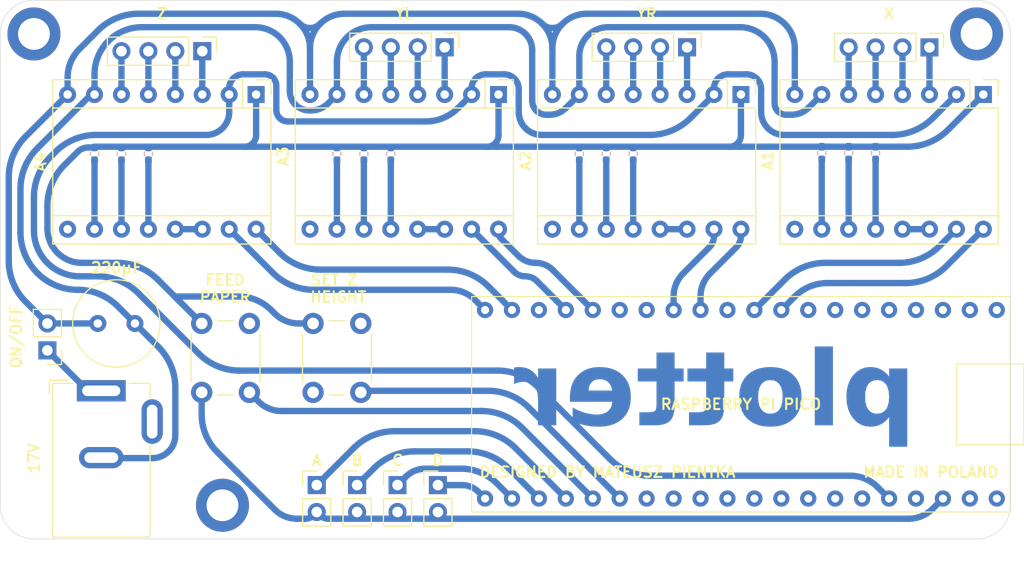
<source format=kicad_pcb>
(kicad_pcb (version 20240108) (generator "pcbnew") (generator_version "8.0")
  (title_block (comment 4 "AISLER Project ID: FVPRYTKL"))
  (layers (0 "F.Cu" signal) (31 "B.Cu" signal) (34 "B.Paste" user) (35 "F.Paste" user) (36 "B.SilkS" user "B.Silkscreen") (37 "F.SilkS" user "F.Silkscreen") (38 "B.Mask" user) (39 "F.Mask" user) (44 "Edge.Cuts" user))
  (net 0 "")
  (net 1 "Net-(A1-STEP)")
  (net 2 "Net-(A1-GND-Pad7)")
  (net 3 "Net-(A1-MS1)")
  (net 4 "Net-(J10-Pin_2)")
  (net 5 "Net-(A1-~{RESET})")
  (net 6 "Net-(A1-1A)")
  (net 7 "Net-(A1-2A)")
  (net 8 "Net-(A1-2B)")
  (net 9 "Net-(A1-MS3)")
  (net 10 "Net-(A1-1B)")
  (net 11 "Net-(A1-MS2)")
  (net 13 "Net-(A1-VDD)")
  (net 14 "Net-(A1-VMOT)")
  (net 15 "Net-(A1-DIR)")
  (net 16 "Net-(A2-MS3)")
  (net 17 "Net-(A2-1A)")
  (net 18 "Net-(A2-2B)")
  (net 19 "Net-(A2-MS2)")
  (net 20 "Net-(A2-STEP)")
  (net 21 "Net-(A2-MS1)")
  (net 22 "Net-(A2-~{RESET})")
  (net 23 "Net-(A2-DIR)")
  (net 24 "Net-(A2-1B)")
  (net 26 "Net-(A2-2A)")
  (net 27 "Net-(A3-1B)")
  (net 28 "Net-(A3-2B)")
  (net 29 "Net-(A3-2A)")
  (net 30 "Net-(A3-MS3)")
  (net 31 "Net-(A3-~{RESET})")
  (net 32 "Net-(A3-DIR)")
  (net 34 "Net-(A3-1A)")
  (net 35 "Net-(A3-STEP)")
  (net 36 "Net-(A3-MS2)")
  (net 37 "Net-(A3-MS1)")
  (net 38 "Net-(A4-~{RESET})")
  (net 39 "Net-(A4-MS2)")
  (net 40 "Net-(A4-MS1)")
  (net 41 "Net-(A4-2A)")
  (net 43 "Net-(A4-1A)")
  (net 44 "Net-(A4-2B)")
  (net 45 "Net-(A4-1B)")
  (net 46 "Net-(A4-DIR)")
  (net 47 "Net-(A4-MS3)")
  (net 48 "Net-(A4-STEP)")
  (net 49 "Net-(J2-Pin_1)")
  (net 50 "Net-(J7-Pin_1)")
  (net 51 "Net-(J8-Pin_1)")
  (net 52 "Net-(J9-Pin_1)")
  (net 53 "Net-(J10-Pin_1)")
  (net 54 "Net-(U1-22)")
  (net 56 "Net-(U1-23)")
  (footprint "Connector_PinHeader_2.54mm:PinHeader_1x02_P2.54mm_Vertical" (layer "F.Cu") (at 88.9 118.11 180)
    (property "Reference" "ON/OFF")
    (property "Value" "Conn_01x02_Socket" (hide yes))
  )
  (footprint "Connector_PinHeader_2.54mm:PinHeader_1x04_P2.54mm_Vertical" (layer "F.Cu") (at 149.225 89.525 -90)
    (property "Reference" "YR")
    (property "Value" "Conn_01x04_Socket" (hide yes))
  )
  (footprint "Button_Switch_THT:SW_PUSH_6mm" (layer "F.Cu") (at 118.455 115.57 -90)
    (property "Reference" "SW2" (hide yes))
    (property "Value" "SW_Push" (hide yes))
  )
  (footprint "Connector_PinHeader_2.54mm:PinHeader_1x04_P2.54mm_Vertical" (layer "F.Cu") (at 103.505 89.89 -90)
    (property "Reference" "Z")
    (property "Value" "Conn_01x04_Socket" (hide yes))
  )
  (footprint "Module:Pololu_Breakout-16_15.2x20.3mm" (layer "F.Cu") (at 177.165 93.98 -90)
    (property "Reference" "A1")
    (property "Value" "Pololu_Breakout_A4988")
  )
  (footprint "Capacitor_THT:C_Radial_D8.0mm_H7.0mm_P3.50mm" (layer "F.Cu") (at 93.655 115.57)
    (property "Reference" "220µF")
    (property "Value" "C")
  )
  (footprint "Connector_BarrelJack:BarrelJack_GCT_DCJ200-10-A_Horizontal" (layer "F.Cu") (at 93.98 121.92)
    (property "Reference" "17V")
    (property "Value" "Barrel_Jack_MountingPin")
  )
  (footprint "Module:Pololu_Breakout-16_15.2x20.3mm" (layer "F.Cu") (at 131.445 93.98 -90)
    (property "Reference" "A3")
    (property "Value" "Pololu_Breakout_A4988")
  )
  (footprint "Button_Switch_THT:SW_PUSH_6mm" (layer "F.Cu") (at 107.95 115.57 -90)
    (property "Reference" "SW1" (hide yes))
    (property "Value" "SW_Push" (hide yes))
  )
  (footprint "Module:Pololu_Breakout-16_15.2x20.3mm" (layer "F.Cu") (at 154.305 93.98 -90)
    (property "Reference" "A2")
    (property "Value" "Pololu_Breakout_A4988")
  )
  (footprint "Connector_PinHeader_2.54mm:PinHeader_1x04_P2.54mm_Vertical" (layer "F.Cu") (at 126.365 89.525 -90)
    (property "Reference" "YL")
    (property "Value" "Conn_01x04_Socket" (hide yes))
  )
  (footprint "Connector_PinHeader_2.54mm:PinHeader_1x02_P2.54mm_Vertical" (layer "F.Cu") (at 118.11 130.81)
    (property "Reference" "B")
    (property "Value" "Conn_01x02_Socket" (hide yes))
  )
  (footprint "Connector_PinHeader_2.54mm:PinHeader_1x02_P2.54mm_Vertical" (layer "F.Cu") (at 114.3 130.81)
    (property "Reference" "A")
    (property "Value" "Conn_01x02_Socket" (hide yes))
  )
  (footprint "Connector_PinHeader_2.54mm:PinHeader_1x02_P2.54mm_Vertical" (layer "F.Cu") (at 125.73 130.815)
    (property "Reference" "D")
    (property "Value" "Conn_01x02_Socket" (hide yes))
  )
  (footprint "myCustomFootprints:myRaspbrerryPiPicoNoTailPins" (layer "F.Cu") (at 154.305 123.19 -90)
    (property "Reference" "RASPBERRY PI PICO")
    (property "Value" "~" (hide yes))
  )
  (footprint "Connector_PinHeader_2.54mm:PinHeader_1x04_P2.54mm_Vertical" (layer "F.Cu") (at 172.085 89.535 -90)
    (property "Reference" "X")
    (property "Value" "Conn_01x04_Socket" (hide yes))
  )
  (footprint "Module:Pololu_Breakout-16_15.2x20.3mm" (layer "F.Cu") (at 108.585 93.98 -90)
    (property "Reference" "A4")
    (property "Value" "Pololu_Breakout_A4988")
  )
  (footprint "Connector_PinHeader_2.54mm:PinHeader_1x02_P2.54mm_Vertical" (layer "F.Cu") (at 121.92 130.81)
    (property "Reference" "C")
    (property "Value" "Conn_01x02_Socket" (hide yes))
  )
  (footprint "Resistor_SMD:R_0402_1005Metric_Pad0.72x0.64mm_HandSolder" (layer "B.Cu") (at 167.005 99.5 -90)
    (property "Reference" "R12" (hide yes))
    (property "Value" "R")
  )
  (footprint "Resistor_SMD:R_0402_1005Metric_Pad0.72x0.64mm_HandSolder" (layer "B.Cu") (at 95.885 99.57 -90)
    (property "Reference" "R2" (hide yes))
    (property "Value" "R")
  )
  (footprint "Resistor_SMD:R_0402_1005Metric_Pad0.72x0.64mm_HandSolder" (layer "B.Cu") (at 144.145 99.57 -90)
    (property "Reference" "R9" (hide yes))
    (property "Value" "R")
  )
  (footprint "Resistor_SMD:R_0402_1005Metric_Pad0.72x0.64mm_HandSolder" (layer "B.Cu") (at 161.925 99.5 -90)
    (property "Reference" "R10" (hide yes))
    (property "Value" "R")
  )
  (footprint "Resistor_SMD:R_0402_1005Metric_Pad0.72x0.64mm_HandSolder" (layer "B.Cu") (at 164.465 99.5 -90)
    (property "Reference" "R11" (hide yes))
    (property "Value" "R")
  )
  (footprint "Resistor_SMD:R_0402_1005Metric_Pad0.72x0.64mm_HandSolder" (layer "B.Cu") (at 139.065 99.57 -90)
    (property "Reference" "R7" (hide yes))
    (property "Value" "R")
  )
  (footprint "Resistor_SMD:R_0402_1005Metric_Pad0.72x0.64mm_HandSolder" (layer "B.Cu") (at 93.345 99.57 -90)
    (property "Reference" "R1" (hide yes))
    (property "Value" "R")
  )
  (footprint "Resistor_SMD:R_0402_1005Metric_Pad0.72x0.64mm_HandSolder" (layer "B.Cu") (at 121.285 99.57 -90)
    (property "Reference" "R6" (hide yes))
    (property "Value" "R")
  )
  (footprint "Resistor_SMD:R_0402_1005Metric_Pad0.72x0.64mm_HandSolder" (layer "B.Cu") (at 116.205 99.57 -90)
    (property "Reference" "R4" (hide yes))
    (property "Value" "R")
  )
  (footprint "Resistor_SMD:R_0402_1005Metric_Pad0.72x0.64mm_HandSolder" (layer "B.Cu") (at 141.605 99.57 -90)
    (property "Reference" "R8" (hide yes))
    (property "Value" "R")
  )
  (footprint "Resistor_SMD:R_0402_1005Metric_Pad0.72x0.64mm_HandSolder" (layer "B.Cu") (at 118.745 99.57 -90)
    (property "Reference" "R5" (hide yes))
    (property "Value" "R")
  )
  (footprint "Resistor_SMD:R_0402_1005Metric_Pad0.72x0.64mm_HandSolder" (layer "B.Cu") (at 98.425 99.57 -90)
    (property "Reference" "R3" (hide yes))
    (property "Value" "R")
  )
  (gr_line (start 84.455 132.715) (end 84.455 88.265) (stroke (width 0.05)) (layer "Edge.Cuts"))
  (gr_arc (start 87.63 135.89) (mid 85.384936 134.960064) (end 84.455 132.715) (stroke (width 0.05)) (layer "Edge.Cuts"))
  (gr_arc (start 176.53 85.09) (mid 178.775064 86.019936) (end 179.705 88.265) (stroke (width 0.05)) (layer "Edge.Cuts"))
  (gr_line (start 179.705 88.265) (end 179.705 132.715) (stroke (width 0.05)) (layer "Edge.Cuts"))
  (gr_line (start 176.53 135.89) (end 87.63 135.89) (stroke (width 0.05)) (layer "Edge.Cuts"))
  (gr_arc (start 179.705 132.715) (mid 178.775064 134.960064) (end 176.53 135.89) (stroke (width 0.05)) (layer "Edge.Cuts"))
  (gr_line (start 87.63 85.09) (end 176.53 85.09) (stroke (width 0.05)) (layer "Edge.Cuts"))
  (gr_arc (start 84.455 88.265) (mid 85.384936 86.019936) (end 87.63 85.09) (stroke (width 0.05)) (layer "Edge.Cuts"))
  (gr_text "plotter" (at 170.815 126.365 0) (layer "B.Cu") (effects (font (size 7 7) (thickness 0.3) (bold yes)) (justify left bottom mirror)))
  (gr_text "SET Z \nHEIGHT" (at 116.332 113.665 0) (layer "F.SilkS") (effects (font (size 1 1) (thickness 0.2) (bold yes)) (justify bottom)))
  (gr_text "DESIGNED BY MATEUSZ PIENTKA" (at 129.54 130.175 0) (layer "F.SilkS") (effects (font (size 1 1) (thickness 0.2) (bold yes)) (justify left bottom)))
  (gr_text "MADE IN POLAND" (at 165.735 130.175 0) (layer "F.SilkS") (effects (font (size 1 1) (thickness 0.2) (bold yes)) (justify left bottom)))
  (gr_text "FEED\nPAPER" (at 105.664 113.665 0) (layer "F.SilkS") (effects (font (size 1 1) (thickness 0.2) (bold yes)) (justify bottom)))
  (via (at 176.53 88.265) (size 5) (drill 3) (layers "F.Cu" "B.Cu") (net 0))
  (via (at 105.41 132.715) (size 5) (drill 3) (layers "F.Cu" "B.Cu") (net 0))
  (via (at 87.63 88.265) (size 5) (drill 3) (layers "F.Cu" "B.Cu") (net 0))
  (segment (start 162.273963 109.855) (end 169.204935 109.855) (width 0.6) (layer "B.Cu") (net 1))
  (segment (start 158.426207 111.448792) (end 155.575 114.3) (width 0.6) (layer "B.Cu") (net 1))
  (segment (start 173.0375 108.2675) (end 174.625 106.68) (width 0.6) (layer "B.Cu") (net 1))
  (arc (start 173.0375 108.2675) (mid 171.279104 109.442422) (end 169.204935 109.855) (width 0.6) (layer "B.Cu") (net 1))
  (arc (start 162.273963 109.855) (mid 160.191572 110.269213) (end 158.426207 111.448792) (width 0.6) (layer "B.Cu") (net 1))
  (segment (start 116.205 93.98) (end 115.366378 94.818621) (width 0.6) (layer "B.Cu") (net 2))
  (segment (start 95.551544 113.966544) (end 97.155 115.57) (width 0.6) (layer "B.Cu") (net 2))
  (segment (start 137.782531 95.262468) (end 139.065 93.98) (width 0.6) (layer "B.Cu") (net 2))
  (segment (start 87.963455 110.823455) (end 87.9475 110.8075) (width 0.6) (layer "B.Cu") (net 2))
  (segment (start 92.915246 94.092253) (end 87.953792 99.053707) (width 0.6) (layer "B.Cu") (net 2))
  (segment (start 94.005 128.245) (end 93.98 128.22) (width 0.6) (layer "B.Cu") (net 2))
  (segment (start 158.564012 95.885) (end 159.0675 95.885) (width 0.6) (layer "B.Cu") (net 2))
  (segment (start 97.155 115.57) (end 99.371207 117.786207) (width 0.6) (layer "B.Cu") (net 2))
  (segment (start 141.775032 87.63) (end 154.227961 87.63) (width 0.6) (layer "B.Cu") (net 2))
  (segment (start 98.796974 128.27) (end 94.065355 128.27) (width 0.6) (layer "B.Cu") (net 2))
  (segment (start 93.345 92.082079) (end 93.345 93.82125) (width 0.6) (layer "B.Cu") (net 2))
  (segment (start 100.965 126.101974) (end 100.965 121.633963) (width 0.6) (layer "B.Cu") (net 2))
  (segment (start 116.205 93.98) (end 116.205 90.882038) (width 0.6) (layer "B.Cu") (net 2))
  (segment (start 119.457038 87.63) (end 132.451974 87.63) (width 0.6) (layer "B.Cu") (net 2))
  (segment (start 113.594013 95.48) (end 113.76967 95.48) (width 0.6) (layer "B.Cu") (net 2))
  (segment (start 157.48 90.882038) (end 157.48 94.800987) (width 0.6) (layer "B.Cu") (net 2))
  (segment (start 86.36 102.901463) (end 86.36 106.974935) (width 0.6) (layer "B.Cu") (net 2))
  (segment (start 111.76 93.645986) (end 111.76 90.882038) (width 0.6) (layer "B.Cu") (net 2))
  (segment (start 134.62 89.798025) (end 134.62 94.554798) (width 0.6) (layer "B.Cu") (net 2))
  (segment (start 108.507961 87.63) (end 97.797079 87.63) (width 0.6) (layer "B.Cu") (net 2))
  (segment (start 160.693519 95.21148) (end 161.925 93.98) (width 0.6) (layer "B.Cu") (net 2))
  (segment (start 139.065 90.340032) (end 139.065 93.98) (width 0.6) (layer "B.Cu") (net 2))
  (segment (start 136.279607 95.885) (end 135.950201 95.885) (width 0.6) (layer "B.Cu") (net 2))
  (arc (start 139.85875 88.42375) (mid 139.271288 89.302947) (end 139.065 90.340032) (width 0.6) (layer "B.Cu") (net 2))
  (arc (start 157.7975 95.5675) (mid 158.149178 95.802484) (end 158.564012 95.885) (width 0.6) (layer "B.Cu") (net 2))
  (arc (start 100.965 126.101974) (mid 100.799968 126.931641) (end 100.33 127.635) (width 0.6) (layer "B.Cu") (net 2))
  (arc (start 93.18625 93.98) (mid 93.039583 94.009173) (end 92.915246 94.092253) (width 0.6) (layer "B.Cu") (net 2))
  (arc (start 110.8075 88.5825) (mid 109.752462 87.877546) (end 108.507961 87.63) (width 0.6) (layer "B.Cu") (net 2))
  (arc (start 156.5275 88.5825) (mid 155.472462 87.877546) (end 154.227961 87.63) (width 0.6) (layer "B.Cu") (net 2))
  (arc (start 100.33 127.635) (mid 99.626641 128.104968) (end 98.796974 128.27) (width 0.6) (layer "B.Cu") (net 2))
  (arc (start 137.782531 95.262468) (mid 137.092983 95.723209) (end 136.279607 95.885) (width 0.6) (layer "B.Cu") (net 2))
  (arc (start 119.457038 87.63) (mid 118.212537 87.877546) (end 117.1575 88.5825) (width 0.6) (layer "B.Cu") (net 2))
  (arc (start 93.345 93.82125) (mid 93.298503 93.933503) (end 93.18625 93.98) (width 0.6) (layer "B.Cu") (net 2))
  (arc (start 160.693519 95.21148) (mid 159.947495 95.709957) (end 159.0675 95.885) (width 0.6) (layer "B.Cu") (net 2))
  (arc (start 157.48 94.800987) (mid 157.562515 95.21582) (end 157.7975 95.5675) (width 0.6) (layer "B.Cu") (net 2))
  (arc (start 141.775032 87.63) (mid 140.737947 87.836288) (end 139.85875 88.42375) (width 0.6) (layer "B.Cu") (net 2))
  (arc (start 134.62 94.554798) (mid 134.721255 95.063844) (end 135.009607 95.495393) (width 0.6) (layer "B.Cu") (net 2))
  (arc (start 133.985 88.265) (mid 134.454968 88.968357) (end 134.62 89.798025) (width 0.6) (layer "B.Cu") (net 2))
  (arc (start 87.963455 110.823455) (mid 89.704177 111.986568) (end 91.7575 112.395) (width 0.6) (layer "B.Cu") (net 2))
  (arc (start 135.009607 95.495393) (mid 135.441155 95.783744) (end 135.950201 95.885) (width 0.6) (layer "B.Cu") (net 2))
  (arc (start 87.953792 99.053707) (mid 86.774213 100.819072) (end 86.36 102.901463) (width 0.6) (layer "B.Cu") (net 2))
  (arc (start 99.371207 117.786207) (mid 100.550786 119.551572) (end 100.965 121.633963) (width 0.6) (layer "B.Cu") (net 2))
  (arc (start 94.005 128.245) (mid 94.032691 128.263502) (end 94.065355 128.27) (width 0.6) (layer "B.Cu") (net 2))
  (arc (start 111.76 93.645986) (mid 111.899605 94.347833) (end 112.29717 94.94283) (width 0.6) (layer "B.Cu") (net 2))
  (arc (start 133.985 88.265) (mid 133.281641 87.795031) (end 132.451974 87.63) (width 0.6) (layer "B.Cu") (net 2))
  (arc (start 112.29717 94.94283) (mid 112.892166 95.340394) (end 113.594013 95.48) (width 0.6) (layer "B.Cu") (net 2))
  (arc (start 95.551544 113.966544) (mid 93.810822 112.80343) (end 91.7575 112.395) (width 0.6) (layer "B.Cu") (net 2))
  (arc (start 115.366378 94.818621) (mid 114.633802 95.308113) (end 113.76967 95.48) (width 0.6) (layer "B.Cu") (net 2))
  (arc (start 117.1575 88.5825) (mid 116.452546 89.637537) (end 116.205 90.882038) (width 0.6) (layer "B.Cu") (net 2))
  (arc (start 86.36 106.974935) (mid 86.772577 109.049104) (end 87.9475 110.8075) (width 0.6) (layer "B.Cu") (net 2))
  (arc (start 110.8075 88.5825) (mid 111.512453 89.637537) (end 111.76 90.882038) (width 0.6) (layer "B.Cu") (net 2))
  (arc (start 97.797079 87.63) (mid 96.093342 87.968894) (end 94.648984 88.933984) (width 0.6) (layer "B.Cu") (net 2))
  (arc (start 156.5275 88.5825) (mid 157.232453 89.637537) (end 157.48 90.882038) (width 0.6) (layer "B.Cu") (net 2))
  (arc (start 94.648984 88.933984) (mid 93.683894 90.378342) (end 93.345 92.082079) (width 0.6) (layer "B.Cu") (net 2))
  (segment (start 161.925 106.68) (end 161.925 100.0975) (width 0.6) (layer "B.Cu") (net 3))
  (segment (start 101.0825 113.2025) (end 101.4275 113.5475) (width 0.6) (layer "B.Cu") (net 4))
  (segment (start 110.320709 114.620709) (end 110 114.3) (width 0.6) (layer "B.Cu") (net 4))
  (segment (start 131.445 97.818487) (end 131.445 93.98) (width 0.6) (layer "B.Cu") (net 4))
  (segment (start 154.305 97.818487) (end 154.305 93.98) (width 0.6) (layer "B.Cu") (net 4))
  (segment (start 172.4025 133.0325) (end 173.355 132.08) (width 0.6) (layer "B.Cu") (net 4))
  (segment (start 108.585 97.818487) (end 108.585 93.98) (width 0.6) (layer "B.Cu") (net 4))
  (segment (start 101.4275 113.5475) (end 101.0825 113.2025) (width 0.6) (layer "B.Cu") (net 4))
  (segment (start 108.399012 98.9025) (end 130.360987 98.9025) (width 0.6) (layer "B.Cu") (net 4))
  (segment (start 103.45 124.149758) (end 103.45 122.07) (width 0.6) (layer "B.Cu") (net 4))
  (segment (start 106.933948 113.03) (end 101.153951 113.03) (width 0.6) (layer "B.Cu") (net 4))
  (segment (start 91.744422 99.390576) (end 90.493792 100.641207) (width 0.6) (layer "B.Cu") (net 4))
  (segment (start 154.119012 98.9025) (end 153.220987 98.9025) (width 0.6) (layer "B.Cu") (net 4))
  (segment (start 92.75375 98.9725) (end 93.295502 98.9725) (width 0.6) (layer "B.Cu") (net 4))
  (segment (start 107.500987 98.9025) (end 93.464497 98.9025) (width 0.6) (layer "B.Cu") (net 4))
  (segment (start 131.259012 98.9025) (end 130.360987 98.9025) (width 0.6) (layer "B.Cu") (net 4))
  (segment (start 88.9 104.488963) (end 88.9 106.602961) (width 0.6) (layer "B.Cu") (net 4))
  (segment (start 99.328792 111.448792) (end 101.0825 113.2025) (width 0.6) (layer "B.Cu") (net 4))
  (segment (start 110.335913 133.115429) (end 104.92061 127.700126) (width 0.6) (layer "B.Cu") (net 4))
  (segment (start 170.102961 133.985) (end 115.384012 133.985) (width 0.6) (layer "B.Cu") (net 4))
  (segment (start 173.836292 97.308707) (end 177.165 93.98) (width 0.6) (layer "B.Cu") (net 4))
  (segment (start 112.435242 133.985) (end 113.215987 133.985) (width 0.6) (layer "B.Cu") (net 4))
  (segment (start 108.399012 98.9025) (end 107.500987 98.9025) (width 0.6) (layer "B.Cu") (net 4))
  (segment (start 95.481036 109.855) (end 92.152038 109.855) (width 0.6) (layer "B.Cu") (net 4))
  (segment (start 101.4275 113.5475) (end 103.45 115.57) (width 0.6) (layer "B.Cu") (net 4))
  (segment (start 153.220987 98.9025) (end 131.259012 98.9025) (width 0.6) (layer "B.Cu") (net 4))
  (segment (start 154.119012 98.9025) (end 167.005 98.9025) (width 0.6) (layer "B.Cu") (net 4))
  (segment (start 112.6125 115.57) (end 113.955 115.57) (width 0.6) (layer "B.Cu") (net 4))
  (segment (start 167.005 98.9025) (end 169.988536 98.9025) (width 0.6) (layer "B.Cu") (net 4))
  (arc (start 93.464497 98.9025) (mid 93.418767 98.911596) (end 93.38 98.9375) (width 0.6) (layer "B.Cu") (net 4))
  (arc (start 131.445 97.818487) (mid 131.362484 98.23332) (end 131.1275 98.585) (width 0.6) (layer "B.Cu") (net 4))
  (arc (start 90.493792 100.641207) (mid 89.314213 102.406572) (end 88.9 104.488963) (width 0.6) (layer "B.Cu") (net 4))
  (arc (start 107.500987 98.9025) (mid 107.91582 98.819984) (end 108.2675 98.585) (width 0.6) (layer "B.Cu") (net 4))
  (arc (start 93.38 98.9375) (mid 93.341232 98.963403) (end 93.295502 98.9725) (width 0.6) (layer "B.Cu") (net 4))
  (arc (start 88.9 106.602961) (mid 89.147546 107.847462) (end 89.8525 108.9025) (width 0.6) (layer "B.Cu") (net 4))
  (arc (start 153.220987 98.9025) (mid 153.63582 98.819984) (end 153.9875 98.585) (width 0.6) (layer "B.Cu") (net 4))
  (arc (start 130.360987 98.9025) (mid 130.77582 98.819984) (end 131.1275 98.585) (width 0.6) (layer "B.Cu") (net 4))
  (arc (start 153.9875 98.585) (mid 153.947182 98.787687) (end 154.119012 98.9025) (width 0.6) (layer "B.Cu") (net 4))
  (arc (start 110 114.3) (mid 108.593283 113.360062) (end 106.933948 113.03) (width 0.6) (layer "B.Cu") (net 4))
  (arc (start 172.4025 133.0325) (mid 171.347462 133.737453) (end 170.102961 133.985) (width 0.6) (layer "B.Cu") (net 4))
  (arc (start 110.320709 114.620709) (mid 111.372191 115.323287) (end 112.6125 115.57) (width 0.6) (layer "B.Cu") (net 4))
  (arc (start 114.6175 133.6675) (mid 114.3 133.535987) (end 113.9825 133.6675) (width 0.6) (layer "B.Cu") (net 4))
  (arc (start 92.75375 98.9725) (mid 92.207505 99.081154) (end 91.744422 99.390576) (width 0.6) (layer "B.Cu") (net 4))
  (arc (start 154.305 97.818487) (mid 154.222484 98.23332) (end 153.9875 98.585) (width 0.6) (layer "B.Cu") (net 4))
  (arc (start 101.153951 113.03) (mid 101.060595 113.092378) (end 101.0825 113.2025) (width 0.6) (layer "B.Cu") (net 4))
  (arc (start 131.1275 98.585) (mid 131.087182 98.787687) (end 131.259012 98.9025) (width 0.6) (layer "B.Cu") (net 4))
  (arc (start 110.335913 133.115429) (mid 111.299093 133.759005) (end 112.435242 133.985) (width 0.6) (layer "B.Cu") (net 4))
  (arc (start 101.0825 113.2025) (mid 101.0825 113.2025) (end 101.0825 113.2025) (width 0.6) (layer "B.Cu") (net 4))
  (arc (start 114.6175 133.6675) (mid 114.969178 133.902484) (end 115.384012 133.985) (width 0.6) (layer "B.Cu") (net 4))
  (arc (start 103.45 124.149758) (mid 103.832199 126.071203) (end 104.92061 127.700126) (width 0.6) (layer "B.Cu") (net 4))
  (arc (start 89.8525 108.9025) (mid 90.907537 109.607453) (end 92.152038 109.855) (width 0.6) (layer "B.Cu") (net 4))
  (arc (start 113.9825 133.6675) (mid 113.63082 133.902484) (end 113.215987 133.985) (width 0.6) (layer "B.Cu") (net 4))
  (arc (start 173.836292 97.308707) (mid 172.070926 98.488286) (end 169.988536 98.9025) (width 0.6) (layer "B.Cu") (net 4))
  (arc (start 108.2675 98.585) (mid 108.227182 98.787687) (end 108.399012 98.9025) (width 0.6) (layer "B.Cu") (net 4))
  (arc (start 108.585 97.818487) (mid 108.502484 98.23332) (end 108.2675 98.585) (width 0.6) (layer "B.Cu") (net 4))
  (arc (start 99.328792 111.448792) (mid 97.563426 110.269213) (end 95.481036 109.855) (width 0.6) (layer "B.Cu") (net 4))
  (segment (start 172.085 106.68) (end 169.545 106.68) (width 0.6) (layer "B.Cu") (net 5))
  (segment (start 169.545 93.98) (end 169.545 89.535) (width 0.6) (layer "B.Cu") (net 6))
  (segment (start 167.005 93.98) (end 167.005 89.535) (width 0.6) (layer "B.Cu") (net 7))
  (segment (start 164.465 93.98) (end 164.465 89.535) (width 0.6) (layer "B.Cu") (net 8))
  (segment (start 167.005 106.68) (end 167.005 100.0975) (width 0.6) (layer "B.Cu") (net 9))
  (segment (start 172.085 93.98) (end 172.085 89.535) (width 0.6) (layer "B.Cu") (net 10))
  (segment (start 164.465 106.68) (end 164.465 100.0975) (width 0.6) (layer "B.Cu") (net 11))
  (segment (start 158.378025 97.79) (end 168.561036 97.79) (width 0.6) (layer "B.Cu") (net 13))
  (segment (start 133.35 93.457756) (end 133.35 95.621974) (width 0.6) (layer "B.Cu") (net 13))
  (segment (start 87.63 106.788948) (end 87.63 103.666463) (width 0.6) (layer "B.Cu") (net 13))
  (segment (start 131.36173 120.015) (end 107.028963 120.015) (width 0.6) (layer "B.Cu") (net 13))
  (segment (start 103.181207 118.421207) (end 97.478792 112.718792) (width 0.6) (layer "B.Cu") (net 13))
  (segment (start 110.49 93.159012) (end 110.49 95.435987) (width 0.6) (layer "B.Cu") (net 13))
  (segment (start 153.085669 92.075) (end 154.827243 92.075) (width 0.6) (layer "B.Cu") (net 13))
  (segment (start 156.21 93.457756) (end 156.21 95.621974) (width 0.6) (layer "B.Cu") (net 13))
  (segment (start 103.876974 97.79) (end 93.506463 97.79) (width 0.6) (layer "B.Cu") (net 13))
  (segment (start 167.199285 131.004285) (end 168.275 132.08) (width 0.6) (layer "B.Cu") (net 13))
  (segment (start 128.505 94.379999) (end 127.635 95.25) (width 0.6) (layer "B.Cu") (net 13))
  (segment (start 93.631036 111.125) (end 91.966051 111.125) (width 0.6) (layer "B.Cu") (net 13))
  (segment (start 135.209486 121.608792) (end 141.935471 128.334777) (width 0.6) (layer "B.Cu") (net 13))
  (segment (start 111.574012 96.52) (end 124.568948 96.52) (width 0.6) (layer "B.Cu") (net 13))
  (segment (start 145.701036 97.79) (end 135.518025 97.79) (width 0.6) (layer "B.Cu") (net 13))
  (segment (start 106.045 93.395669) (end 106.045 93.98) (width 0.6) (layer "B.Cu") (net 13))
  (segment (start 128.905 93.414315) (end 128.905 93.395669) (width 0.6) (layer "B.Cu") (net 13))
  (segment (start 89.658706 99.383792) (end 89.223792 99.818707) (width 0.6) (layer "B.Cu") (net 13))
  (segment (start 107.365669 92.075) (end 109.405987 92.075) (width 0.6) (layer "B.Cu") (net 13))
  (segment (start 149.548792 96.196207) (end 151.765 93.98) (width 0.6) (layer "B.Cu") (net 13))
  (segment (start 172.408792 96.196207) (end 174.625 93.98) (width 0.6) (layer "B.Cu") (net 13))
  (segment (start 151.765 93.395669) (end 151.765 93.98) (width 0.6) (layer "B.Cu") (net 13))
  (segment (start 145.783227 129.92857) (end 164.602279 129.92857) (width 0.6) (layer "B.Cu") (net 13))
  (segment (start 131.967243 92.075) (end 130.225669 92.075) (width 0.6) (layer "B.Cu") (net 13))
  (segment (start 106.045 95.621974) (end 106.045 93.98) (width 0.6) (layer "B.Cu") (net 13))
  (arc (start 156.845 97.155) (mid 157.548357 97.624968) (end 158.378025 97.79) (width 0.6) (layer "B.Cu") (net 13))
  (arc (start 128.905 93.414315) (mid 128.801043 93.936939) (end 128.505 94.379999) (width 0.6) (layer "B.Cu") (net 13))
  (arc (start 141.935471 128.334777) (mid 143.700836 129.514356) (end 145.783227 129.92857) (width 0.6) (layer "B.Cu") (net 13))
  (arc (start 105.41 97.155) (mid 104.706641 97.624968) (end 103.876974 97.79) (width 0.6) (layer "B.Cu") (net 13))
  (arc (start 167.199285 131.004285) (mid 166.007768 130.208139) (end 164.602279 129.92857) (width 0.6) (layer "B.Cu") (net 13))
  (arc (start 110.8075 96.2025) (mid 111.159178 96.437484) (end 111.574012 96.52) (width 0.6) (layer "B.Cu") (net 13))
  (arc (start 106.431815 92.461815) (mid 106.145529 92.89027) (end 106.045 93.395669) (width 0.6) (layer "B.Cu") (net 13))
  (arc (start 107.365669 92.075) (mid 106.86027 92.175529) (end 106.431815 92.461815) (width 0.6) (layer "B.Cu") (net 13))
  (arc (start 97.478792 112.718792) (mid 95.713426 111.539213) (end 93.631036 111.125) (width 0.6) (layer "B.Cu") (net 13))
  (arc (start 110.49 95.435987) (mid 110.572515 95.85082) (end 110.8075 96.2025) (width 0.6) (layer "B.Cu") (net 13))
  (arc (start 133.35 95.621974) (mid 133.515031 96.451641) (end 133.985 97.155) (width 0.6) (layer "B.Cu") (net 13))
  (arc (start 129.291815 92.461815) (mid 129.005529 92.89027) (end 128.905 93.395669) (width 0.6) (layer "B.Cu") (net 13))
  (arc (start 103.181207 118.421207) (mid 104.946572 119.600786) (end 107.028963 120.015) (width 0.6) (layer "B.Cu") (net 13))
  (arc (start 106.045 95.621974) (mid 105.879968 96.451641) (end 105.41 97.155) (width 0.6) (layer "B.Cu") (net 13))
  (arc (start 153.085669 92.075) (mid 152.58027 92.175529) (end 152.151815 92.461815) (width 0.6) (layer "B.Cu") (net 13))
  (arc (start 155.805 92.48) (mid 156.104743 92.928598) (end 156.21 93.457756) (width 0.6) (layer "B.Cu") (net 13))
  (arc (start 89.223792 99.818707) (mid 88.044213 101.584072) (end 87.63 103.666463) (width 0.6) (layer "B.Cu") (net 13))
  (arc (start 88.9 109.855) (mid 90.306716 110.794937) (end 91.966051 111.125) (width 0.6) (layer "B.Cu") (net 13))
  (arc (start 127.635 95.25) (mid 126.228283 96.189937) (end 124.568948 96.52) (width 0.6) (layer "B.Cu") (net 13))
  (arc (start 135.209486 121.608792) (mid 133.44412 120.429213) (end 131.36173 120.015) (width 0.6) (layer "B.Cu") (net 13))
  (arc (start 93.506463 97.79) (mid 91.424072 98.204213) (end 89.658706 99.383792) (width 0.6) (layer "B.Cu") (net 13))
  (arc (start 172.408792 96.196207) (mid 170.643426 97.375786) (end 168.561036 97.79) (width 0.6) (layer "B.Cu") (net 13))
  (arc (start 155.805 92.48) (mid 155.356401 92.180256) (end 154.827243 92.075) (width 0.6) (layer "B.Cu") (net 13))
  (arc (start 110.1725 92.3925) (mid 109.82082 92.157515) (end 109.405987 92.075) (width 0.6) (layer "B.Cu") (net 13))
  (arc (start 130.225669 92.075) (mid 129.72027 92.175529) (end 129.291815 92.461815) (width 0.6) (layer "B.Cu") (net 13))
  (arc (start 132.945 92.48) (mid 132.496401 92.180256) (end 131.967243 92.075) (width 0.6) (layer "B.Cu") (net 13))
  (arc (start 149.548792 96.196207) (mid 147.783426 97.375786) (end 145.701036 97.79) (width 0.6) (layer "B.Cu") (net 13))
  (arc (start 132.945 92.48) (mid 133.244743 92.928598) (end 133.35 93.457756) (width 0.6) (layer "B.Cu") (net 13))
  (arc (start 152.151815 92.461815) (mid 151.865529 92.89027) (end 151.765 93.395669) (width 0.6) (layer "B.Cu") (net 13))
  (arc (start 156.21 95.621974) (mid 156.375031 96.451641) (end 156.845 97.155) (width 0.6) (layer "B.Cu") (net 13))
  (arc (start 133.985 97.155) (mid 134.688357 97.624968) (end 135.518025 97.79) (width 0.6) (layer "B.Cu") (net 13))
  (arc (start 110.1725 92.3925) (mid 110.407484 92.744178) (end 110.49 93.159012) (width 0.6) (layer "B.Cu") (net 13))
  (arc (start 87.63 106.788948) (mid 87.960062 108.448283) (end 88.9 109.855) (width 0.6) (layer "B.Cu") (net 13))
  (segment (start 90.805 93.98) (end 86.848792 97.936207) (width 0.6) (layer "B.Cu") (net 14))
  (segment (start 90.805 93.98) (end 90.805 92.3925) (width 0.6) (layer "B.Cu") (net 14))
  (segment (start 85.255 101.783963) (end 85.255 109.671036) (width 0.6) (layer "B.Cu") (net 14))
  (segment (start 110.412961 86.36) (end 97.503963 86.36) (width 0.6) (layer "B.Cu") (net 14))
  (segment (start 88.9 115.57) (end 86.848792 113.518792) (width 0.6) (layer "B.Cu") (net 14))
  (segment (start 91.927531 89.682467) (end 93.656207 87.953792) (width 0.6) (layer "B.Cu") (net 14))
  (segment (start 139.777038 86.36) (end 156.132961 86.36) (width 0.6) (layer "B.Cu") (net 14))
  (segment (start 136.525 89.612038) (end 136.525 93.98) (width 0.6) (layer "B.Cu") (net 14))
  (segment (start 133.272961 86.36) (end 116.917038 86.36) (width 0.6) (layer "B.Cu") (net 14))
  (segment (start 113.665 89.612038) (end 113.665 93.98) (width 0.6) (layer "B.Cu") (net 14))
  (segment (start 159.385 89.612038) (end 159.385 93.98) (width 0.6) (layer "B.Cu") (net 14))
  (segment (start 88.9 115.57) (end 93.655 115.57) (width 0.6) (layer "B.Cu") (net 14))
  (arc (start 116.917038 86.36) (mid 115.672537 86.607546) (end 114.6175 87.3125) (width 0.6) (layer "B.Cu") (net 14))
  (arc (start 158.4325 87.3125) (mid 159.137453 88.367537) (end 159.385 89.612038) (width 0.6) (layer "B.Cu") (net 14))
  (arc (start 158.4325 87.3125) (mid 157.377462 86.607546) (end 156.132961 86.36) (width 0.6) (layer "B.Cu") (net 14))
  (arc (start 86.848792 97.936207) (mid 85.669213 99.701572) (end 85.255 101.783963) (width 0.6) (layer "B.Cu") (net 14))
  (arc (start 112.7125 87.3125) (mid 113.665 87.707038) (end 114.6175 87.3125) (width 0.6) (layer "B.Cu") (net 14))
  (arc (start 135.5725 87.3125) (mid 134.517462 86.607546) (end 133.272961 86.36) (width 0.6) (layer "B.Cu") (net 14))
  (arc (start 112.7125 87.3125) (mid 111.657462 86.607546) (end 110.412961 86.36) (width 0.6) (layer "B.Cu") (net 14))
  (arc (start 136.525 89.612038) (mid 136.277453 88.367537) (end 135.5725 87.3125) (width 0.6) (layer "B.Cu") (net 14))
  (arc (start 97.503963 86.36) (mid 95.421572 86.774213) (end 93.656207 87.953792) (width 0.6) (layer "B.Cu") (net 14))
  (arc (start 139.777038 86.36) (mid 138.532537 86.607546) (end 137.4775 87.3125) (width 0.6) (layer "B.Cu") (net 14))
  (arc (start 91.927531 89.682467) (mid 91.096736 90.92584) (end 90.805 92.3925) (width 0.6) (layer "B.Cu") (net 14))
  (arc (start 85.255 109.671036) (mid 85.669213 111.753426) (end 86.848792 113.518792) (width 0.6) (layer "B.Cu") (net 14))
  (arc (start 114.6175 87.3125) (mid 113.912546 88.367537) (end 113.665 89.612038) (width 0.6) (layer "B.Cu") (net 14))
  (arc (start 113.665 89.612038) (mid 113.417453 88.367537) (end 112.7125 87.3125) (width 0.6) (layer "B.Cu") (net 14))
  (arc (start 135.5725 87.3125) (mid 136.525 87.707038) (end 137.4775 87.3125) (width 0.6) (layer "B.Cu") (net 14))
  (arc (start 137.4775 87.3125) (mid 136.772546 88.367537) (end 136.525 89.612038) (width 0.6) (layer "B.Cu") (net 14))
  (segment (start 159.385 113.03) (end 158.115 114.3) (width 0.6) (layer "B.Cu") (net 15))
  (segment (start 162.451051 111.76) (end 169.831036 111.76) (width 0.6) (layer "B.Cu") (net 15))
  (segment (start 173.678792 110.166207) (end 177.165 106.68) (width 0.6) (layer "B.Cu") (net 15))
  (arc (start 162.451051 111.76) (mid 160.791716 112.090062) (end 159.385 113.03) (width 0.6) (layer "B.Cu") (net 15))
  (arc (start 173.678792 110.166207) (mid 171.913426 111.345786) (end 169.831036 111.76) (width 0.6) (layer "B.Cu") (net 15))
  (segment (start 144.145 106.68) (end 144.145 100.1675) (width 0.6) (layer "B.Cu") (net 16))
  (segment (start 146.685 93.98) (end 146.685 89.525) (width 0.6) (layer "B.Cu") (net 17))
  (segment (start 141.605 93.98) (end 141.605 89.525) (width 0.6) (layer "B.Cu") (net 18))
  (segment (start 141.605 100.1675) (end 141.605 106.68) (width 0.6) (layer "B.Cu") (net 19))
  (segment (start 147.955 113.03) (end 147.955 114.3) (width 0.6) (layer "B.Cu") (net 20))
  (segment (start 151.765 107.315) (end 151.765 106.68) (width 0.6) (layer "B.Cu") (net 20))
  (segment (start 148.853025 110.861974) (end 151.315987 108.399012) (width 0.6) (layer "B.Cu") (net 20))
  (arc (start 151.765 107.315) (mid 151.648305 107.901663) (end 151.315987 108.399012) (width 0.6) (layer "B.Cu") (net 20))
  (arc (start 148.853025 110.861974) (mid 148.188389 111.856672) (end 147.955 113.03) (width 0.6) (layer "B.Cu") (net 20))
  (segment (start 139.065 106.68) (end 139.065 100.1675) (width 0.6) (layer "B.Cu") (net 21))
  (segment (start 149.225 106.68) (end 146.685 106.68) (width 0.6) (layer "B.Cu") (net 22))
  (segment (start 154.305 107.315) (end 154.305 106.68) (width 0.6) (layer "B.Cu") (net 23))
  (segment (start 151.393025 110.861974) (end 153.855987 108.399012) (width 0.6) (layer "B.Cu") (net 23))
  (segment (start 150.495 113.03) (end 150.495 114.3) (width 0.6) (layer "B.Cu") (net 23))
  (arc (start 151.393025 110.861974) (mid 150.728389 111.856672) (end 150.495 113.03) (width 0.6) (layer "B.Cu") (net 23))
  (arc (start 154.305 107.315) (mid 154.188305 107.901663) (end 153.855987 108.399012) (width 0.6) (layer "B.Cu") (net 23))
  (segment (start 149.225 93.98) (end 149.225 89.525) (width 0.6) (layer "B.Cu") (net 24))
  (segment (start 144.145 93.98) (end 144.145 89.525) (width 0.6) (layer "B.Cu") (net 26))
  (segment (start 126.365 93.98) (end 126.365 89.525) (width 0.6) (layer "B.Cu") (net 27))
  (segment (start 118.745 93.98) (end 118.745 89.525) (width 0.6) (layer "B.Cu") (net 28))
  (segment (start 121.285 93.98) (end 121.285 89.525) (width 0.6) (layer "B.Cu") (net 29))
  (segment (start 121.285 106.68) (end 121.285 100.1675) (width 0.6) (layer "B.Cu") (net 30))
  (segment (start 126.365 106.68) (end 123.825 106.68) (width 0.6) (layer "B.Cu") (net 31))
  (segment (start 133.31148 109.18148) (end 131.669506 107.539506) (width 0.6) (layer "B.Cu") (net 32))
  (segment (start 136.563519 110.528519) (end 140.335 114.3) (width 0.6) (layer "B.Cu") (net 32))
  (segment (start 131.445 106.9975) (end 131.445 106.68) (width 0.6) (layer "B.Cu") (net 32))
  (arc (start 131.445 106.9975) (mid 131.503347 107.290831) (end 131.669506 107.539506) (width 0.6) (layer "B.Cu") (net 32))
  (arc (start 136.563519 110.528519) (mid 135.817495 110.030041) (end 134.9375 109.855) (width 0.6) (layer "B.Cu") (net 32))
  (arc (start 133.31148 109.18148) (mid 134.057504 109.679957) (end 134.9375 109.855) (width 0.6) (layer "B.Cu") (net 32))
  (segment (start 123.825 93.98) (end 123.825 89.525) (width 0.6) (layer "B.Cu") (net 34))
  (segment (start 135.069012 111.574012) (end 137.795 114.3) (width 0.6) (layer "B.Cu") (net 35))
  (segment (start 132.900987 110.675987) (end 128.905 106.68) (width 0.6) (layer "B.Cu") (net 35))
  (arc (start 135.069012 111.574012) (mid 134.571663 111.241694) (end 133.985 111.125) (width 0.6) (layer "B.Cu") (net 35))
  (arc (start 132.900987 110.675987) (mid 133.398336 111.008305) (end 133.985 111.125) (width 0.6) (layer "B.Cu") (net 35))
  (segment (start 118.745 106.68) (end 118.745 100.1675) (width 0.6) (layer "B.Cu") (net 36))
  (segment (start 116.205 106.68) (end 116.205 100.1675) (width 0.6) (layer "B.Cu") (net 37))
  (segment (start 103.505 106.68) (end 100.965 106.68) (width 0.6) (layer "B.Cu") (net 38))
  (segment (start 95.885 106.68) (end 95.885 100.1675) (width 0.6) (layer "B.Cu") (net 39))
  (segment (start 93.345 106.68) (end 93.345 100.1675) (width 0.6) (layer "B.Cu") (net 40))
  (segment (start 98.425 93.98) (end 98.425 89.89) (width 0.6) (layer "B.Cu") (net 41))
  (segment (start 100.965 93.98) (end 100.965 89.89) (width 0.6) (layer "B.Cu") (net 43))
  (segment (start 95.885 93.98) (end 95.885 89.89) (width 0.6) (layer "B.Cu") (net 44))
  (segment (start 103.505 93.98) (end 103.505 89.89) (width 0.6) (layer "B.Cu") (net 45))
  (segment (start 110.801207 108.896207) (end 108.585 106.68) (width 0.6) (layer "B.Cu") (net 46))
  (segment (start 130.498792 112.083792) (end 132.715 114.3) (width 0.6) (layer "B.Cu") (net 46))
  (segment (start 114.648963 110.49) (end 126.651036 110.49) (width 0.6) (layer "B.Cu") (net 46))
  (arc (start 130.498792 112.083792) (mid 128.733426 110.904213) (end 126.651036 110.49) (width 0.6) (layer "B.Cu") (net 46))
  (arc (start 110.801207 108.896207) (mid 112.566572 110.075786) (end 114.648963 110.49) (width 0.6) (layer "B.Cu") (net 46))
  (segment (start 98.425 106.68) (end 98.425 100.1675) (width 0.6) (layer "B.Cu") (net 47))
  (segment (start 110.166207 110.801207) (end 106.045 106.68) (width 0.6) (layer "B.Cu") (net 48))
  (segment (start 129.2225 113.3475) (end 130.175 114.3) (width 0.6) (layer "B.Cu") (net 48))
  (segment (start 114.013963 112.395) (end 126.922961 112.395) (width 0.6) (layer "B.Cu") (net 48))
  (arc (start 110.166207 110.801207) (mid 111.931572 111.980786) (end 114.013963 112.395) (width 0.6) (layer "B.Cu") (net 48))
  (arc (start 129.2225 113.3475) (mid 128.167462 112.642546) (end 126.922961 112.395) (width 0.6) (layer "B.Cu") (net 48))
  (segment (start 93.345 121.92) (end 93.98 121.92) (width 0.6) (layer "B.Cu") (net 49))
  (segment (start 92.260987 121.470987) (end 88.9 118.11) (width 0.6) (layer "B.Cu") (net 49))
  (arc (start 92.260987 121.470987) (mid 92.758336 121.803305) (end 93.345 121.92) (width 0.6) (layer "B.Cu") (net 49))
  (segment (start 121.633963 125.73) (end 129.191036 125.73) (width 0.6) (layer "B.Cu") (net 50))
  (segment (start 133.038792 127.323792) (end 137.795 132.08) (width 0.6) (layer "B.Cu") (net 50))
  (segment (start 117.786207 127.323792) (end 114.3 130.81) (width 0.6) (layer "B.Cu") (net 50))
  (arc (start 133.038792 127.323792) (mid 131.273426 126.144213) (end 129.191036 125.73) (width 0.6) (layer "B.Cu") (net 50))
  (arc (start 121.633963 125.73) (mid 119.551572 126.144213) (end 117.786207 127.323792) (width 0.6) (layer "B.Cu") (net 50))
  (segment (start 123.530064 127.635) (end 128.556036 127.635) (width 0.6) (layer "B.Cu") (net 51))
  (segment (start 132.403792 129.228792) (end 135.255 132.08) (width 0.6) (layer "B.Cu") (net 51))
  (segment (start 119.6975 129.2225) (end 118.11 130.81) (width 0.6) (layer "B.Cu") (net 51))
  (arc (start 123.530064 127.635) (mid 121.455895 128.047577) (end 119.6975 129.2225) (width 0.6) (layer "B.Cu") (net 51))
  (arc (start 132.403792 129.228792) (mid 130.638426 128.049213) (end 128.556036 127.635) (width 0.6) (layer "B.Cu") (net 51))
  (segment (start 131.3075 130.6725) (end 132.715 132.08) (width 0.6) (layer "B.Cu") (net 52))
  (segment (start 124.557479 129.265) (end 127.909494 129.265) (width 0.6) (layer "B.Cu") (net 52))
  (segment (start 122.6925 130.0375) (end 121.92 130.81) (width 0.6) (layer "B.Cu") (net 52))
  (arc (start 124.557479 129.265) (mid 123.548159 129.465766) (end 122.6925 130.0375) (width 0.6) (layer "B.Cu") (net 52))
  (arc (start 131.3075 130.6725) (mid 129.748481 129.630797) (end 127.909494 129.265) (width 0.6) (layer "B.Cu") (net 52))
  (segment (start 128.015509 130.815) (end 125.73 130.815) (width 0.6) (layer "B.Cu") (net 53))
  (segment (start 129.5425 131.4475) (end 130.175 132.08) (width 0.6) (layer "B.Cu") (net 53))
  (arc (start 129.5425 131.4475) (mid 128.84191 130.979381) (end 128.015509 130.815) (width 0.6) (layer "B.Cu") (net 53))
  (segment (start 133.673792 125.418792) (end 140.335 132.08) (width 0.6) (layer "B.Cu") (net 54))
  (segment (start 108.8275 122.9475) (end 107.95 122.07) (width 0.6) (layer "B.Cu") (net 54))
  (segment (start 110.945972 123.825) (end 129.826036 123.825) (width 0.6) (layer "B.Cu") (net 54))
  (arc (start 133.673792 125.418792) (mid 131.908426 124.239213) (end 129.826036 123.825) (width 0.6) (layer "B.Cu") (net 54))
  (arc (start 108.8275 122.9475) (mid 109.799463 123.596945) (end 110.945972 123.825) (width 0.6) (layer "B.Cu") (net 54))
  (segment (start 118.53 121.995) (end 118.455 122.07) (width 0.6) (layer "B.Cu") (net 56))
  (segment (start 130.461036 121.92) (end 118.711066 121.92) (width 0.6) (layer "B.Cu") (net 56))
  (segment (start 134.308792 123.513792) (end 142.875 132.08) (width 0.6) (layer "B.Cu") (net 56))
  (arc (start 134.308792 123.513792) (mid 132.543426 122.334213) (end 130.461036 121.92) (width 0.6) (layer "B.Cu") (net 56))
  (arc (start 118.711066 121.92) (mid 118.613073 121.939491) (end 118.53 121.995) (width 0.6) (layer "B.Cu") (net 56))
)
</source>
